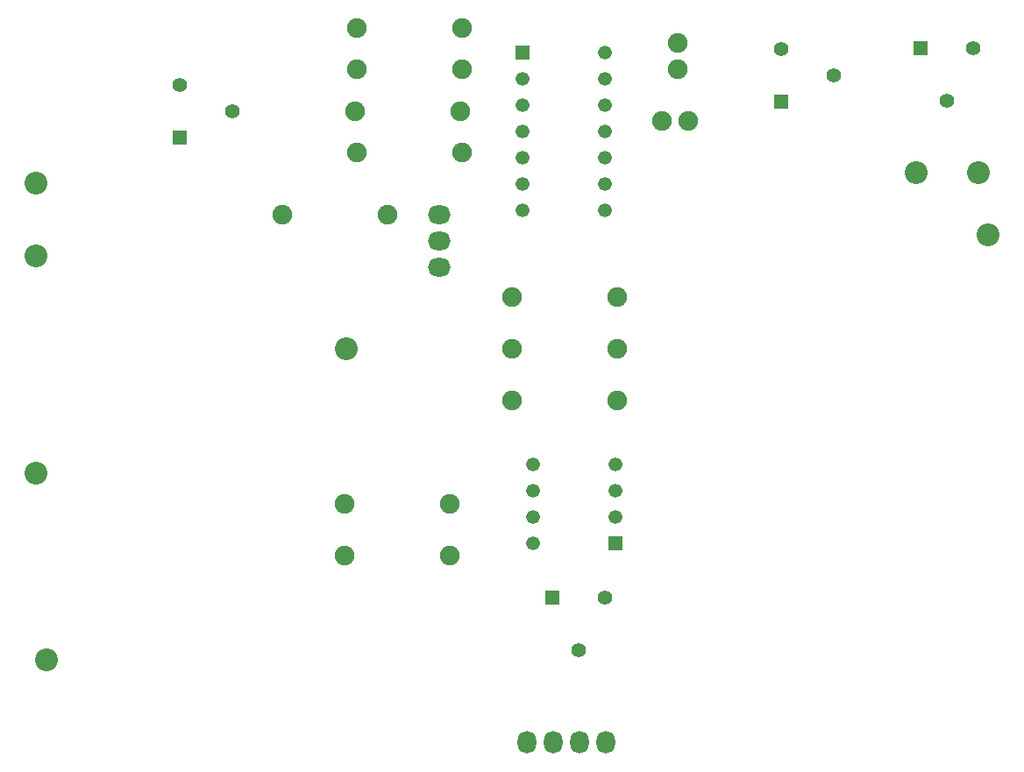
<source format=gbs>
G04*
G04 #@! TF.GenerationSoftware,Altium Limited,Altium Designer,24.4.1 (13)*
G04*
G04 Layer_Color=16711935*
%FSLAX44Y44*%
%MOMM*%
G71*
G04*
G04 #@! TF.SameCoordinates,D33A3FA2-88C1-4BC0-A94D-04A4EBB6AA15*
G04*
G04*
G04 #@! TF.FilePolarity,Negative*
G04*
G01*
G75*
%ADD14C,2.2032*%
%ADD15C,1.9032*%
%ADD16C,1.4202*%
%ADD17R,1.4202X1.4202*%
%ADD18O,2.2032X1.8032*%
%ADD19R,1.3332X1.3332*%
%ADD20C,1.3332*%
%ADD21R,1.4202X1.4202*%
%ADD22O,1.8032X2.2032*%
D14*
X960000Y590000D02*
D03*
X900000D02*
D03*
X350000Y420000D02*
D03*
X970000Y530000D02*
D03*
X50000Y300000D02*
D03*
X60000Y120000D02*
D03*
X50000Y510000D02*
D03*
Y580000D02*
D03*
D15*
X390000Y550000D02*
D03*
X288400D02*
D03*
X461600Y730000D02*
D03*
X360000D02*
D03*
X460000Y650000D02*
D03*
X358400D02*
D03*
X360000Y690000D02*
D03*
X461600D02*
D03*
X670000Y715400D02*
D03*
Y690000D02*
D03*
X654600Y640000D02*
D03*
X680000D02*
D03*
X348400Y220000D02*
D03*
X450000D02*
D03*
X450000Y270000D02*
D03*
X348400D02*
D03*
X510000Y420000D02*
D03*
X611600D02*
D03*
X510000Y370000D02*
D03*
X611600D02*
D03*
X510000Y470000D02*
D03*
X611600D02*
D03*
X461600Y610000D02*
D03*
X360000D02*
D03*
D16*
X600000Y180000D02*
D03*
X574600Y129200D02*
D03*
X770000Y710000D02*
D03*
X820800Y684600D02*
D03*
X189200Y675400D02*
D03*
X240000Y650000D02*
D03*
X955400Y710800D02*
D03*
X930000Y660000D02*
D03*
D17*
X549200Y180000D02*
D03*
X904600Y710800D02*
D03*
D18*
X440000Y550000D02*
D03*
Y524600D02*
D03*
Y499200D02*
D03*
D19*
X609700Y231900D02*
D03*
X520300Y706200D02*
D03*
D20*
X609700Y257300D02*
D03*
Y282700D02*
D03*
Y308100D02*
D03*
X530300D02*
D03*
Y282700D02*
D03*
Y257300D02*
D03*
Y231900D02*
D03*
X520300Y680800D02*
D03*
Y655400D02*
D03*
Y630000D02*
D03*
Y604600D02*
D03*
Y579200D02*
D03*
Y553800D02*
D03*
X599700D02*
D03*
Y579200D02*
D03*
Y604600D02*
D03*
Y630000D02*
D03*
Y655400D02*
D03*
Y680800D02*
D03*
Y706200D02*
D03*
D21*
X770000Y659200D02*
D03*
X189200Y624600D02*
D03*
D22*
X600800Y40000D02*
D03*
X575400D02*
D03*
X550000D02*
D03*
X524600D02*
D03*
M02*

</source>
